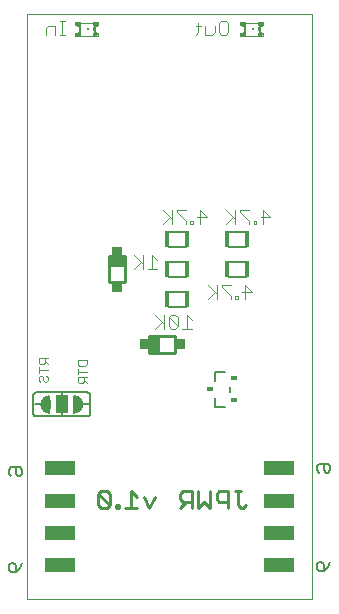
<source format=gbo>
G75*
G70*
%OFA0B0*%
%FSLAX24Y24*%
%IPPOS*%
%LPD*%
%AMOC8*
5,1,8,0,0,1.08239X$1,22.5*
%
%ADD10C,0.0030*%
%ADD11C,0.0090*%
%ADD12C,0.0000*%
%ADD13C,0.0050*%
%ADD14R,0.0984X0.0472*%
%ADD15C,0.0060*%
%ADD16R,0.0140X0.0560*%
%ADD17C,0.0040*%
%ADD18C,0.0100*%
%ADD19R,0.0295X0.0335*%
%ADD20R,0.0354X0.0531*%
%ADD21R,0.0335X0.0295*%
%ADD22R,0.0531X0.0354*%
%ADD23R,0.0400X0.0600*%
%ADD24R,0.0230X0.0180*%
%ADD25R,0.0197X0.0128*%
%ADD26R,0.0098X0.0059*%
%ADD27R,0.0069X0.0157*%
%ADD28R,0.0079X0.0079*%
%ADD29R,0.0118X0.0118*%
%ADD30R,0.0030X0.0128*%
D10*
X004623Y011302D02*
X004575Y011351D01*
X004575Y011447D01*
X004623Y011496D01*
X004672Y011496D01*
X004720Y011447D01*
X004720Y011351D01*
X004768Y011302D01*
X004817Y011302D01*
X004865Y011351D01*
X004865Y011447D01*
X004817Y011496D01*
X004865Y011694D02*
X004575Y011694D01*
X004575Y011790D02*
X004575Y011597D01*
X004623Y011892D02*
X004575Y011940D01*
X004575Y012085D01*
X004865Y012085D01*
X004768Y012085D02*
X004768Y011940D01*
X004720Y011892D01*
X004623Y011892D01*
X004768Y011988D02*
X004865Y011892D01*
X005875Y011890D02*
X005875Y012035D01*
X006165Y012035D01*
X006165Y011890D01*
X006117Y011842D01*
X005923Y011842D01*
X005875Y011890D01*
X005875Y011740D02*
X005875Y011547D01*
X005875Y011644D02*
X006165Y011644D01*
X006165Y011446D02*
X005875Y011446D01*
X005875Y011301D01*
X005923Y011252D01*
X006020Y011252D01*
X006068Y011301D01*
X006068Y011446D01*
X006068Y011349D02*
X006165Y011252D01*
D11*
X006642Y007665D02*
X006547Y007570D01*
X006927Y007190D01*
X006832Y007095D01*
X006642Y007095D01*
X006547Y007190D01*
X006547Y007570D01*
X006642Y007665D02*
X006832Y007665D01*
X006927Y007570D01*
X006927Y007190D01*
X007136Y007190D02*
X007136Y007095D01*
X007231Y007095D01*
X007231Y007190D01*
X007136Y007190D01*
X007458Y007095D02*
X007839Y007095D01*
X007649Y007095D02*
X007649Y007665D01*
X007839Y007475D01*
X008066Y007475D02*
X008256Y007095D01*
X008446Y007475D01*
X009282Y007380D02*
X009377Y007285D01*
X009662Y007285D01*
X009662Y007095D02*
X009662Y007665D01*
X009377Y007665D01*
X009282Y007570D01*
X009282Y007380D01*
X009472Y007285D02*
X009282Y007095D01*
X009889Y007095D02*
X009889Y007665D01*
X010270Y007665D02*
X010270Y007095D01*
X010079Y007285D01*
X009889Y007095D01*
X010497Y007380D02*
X010592Y007285D01*
X010877Y007285D01*
X010877Y007095D02*
X010877Y007665D01*
X010592Y007665D01*
X010497Y007570D01*
X010497Y007380D01*
X011105Y007665D02*
X011295Y007665D01*
X011200Y007665D02*
X011200Y007190D01*
X011295Y007095D01*
X011390Y007095D01*
X011485Y007190D01*
D12*
X013680Y004050D02*
X004180Y004050D01*
X004180Y023550D01*
X013680Y023550D01*
X013680Y004050D01*
D13*
X003645Y004956D02*
X003570Y005031D01*
X003570Y005182D01*
X003645Y005257D01*
X003720Y005257D01*
X003795Y005182D01*
X003795Y004956D01*
X003645Y004956D01*
X003795Y004956D02*
X003945Y005107D01*
X004020Y005257D01*
X003945Y008153D02*
X003870Y008153D01*
X003795Y008228D01*
X003795Y008453D01*
X003645Y008453D02*
X003945Y008453D01*
X004020Y008378D01*
X004020Y008228D01*
X003945Y008153D01*
X003645Y008153D02*
X003570Y008228D01*
X003570Y008378D01*
X003645Y008453D01*
X004906Y010823D02*
X004929Y010550D01*
X004929Y010550D01*
X004906Y010277D01*
X004905Y010276D01*
X004873Y010281D01*
X004841Y010290D01*
X004811Y010302D01*
X004783Y010318D01*
X004756Y010337D01*
X004732Y010359D01*
X004711Y010383D01*
X004693Y010410D01*
X004678Y010439D01*
X004667Y010470D01*
X004659Y010501D01*
X004655Y010534D01*
X004655Y010566D01*
X004659Y010599D01*
X004667Y010630D01*
X004678Y010661D01*
X004693Y010690D01*
X004711Y010717D01*
X004732Y010741D01*
X004756Y010763D01*
X004783Y010782D01*
X004811Y010798D01*
X004841Y010810D01*
X004873Y010819D01*
X004905Y010824D01*
X004905Y010777D01*
X004877Y010772D01*
X004849Y010763D01*
X004823Y010751D01*
X004798Y010736D01*
X004775Y010718D01*
X004755Y010697D01*
X004738Y010673D01*
X004724Y010648D01*
X004713Y010621D01*
X004706Y010593D01*
X004702Y010564D01*
X004702Y010536D01*
X004706Y010507D01*
X004713Y010479D01*
X004724Y010452D01*
X004738Y010427D01*
X004755Y010403D01*
X004775Y010382D01*
X004798Y010364D01*
X004823Y010349D01*
X004849Y010337D01*
X004877Y010328D01*
X004905Y010323D01*
X004905Y010371D01*
X004880Y010376D01*
X004855Y010385D01*
X004833Y010397D01*
X004812Y010413D01*
X004793Y010431D01*
X004778Y010452D01*
X004765Y010475D01*
X004756Y010499D01*
X004751Y010524D01*
X004749Y010550D01*
X004751Y010576D01*
X004756Y010601D01*
X004765Y010625D01*
X004778Y010648D01*
X004793Y010669D01*
X004812Y010687D01*
X004833Y010703D01*
X004855Y010715D01*
X004880Y010724D01*
X004905Y010729D01*
X004905Y010682D01*
X004884Y010676D01*
X004864Y010667D01*
X004846Y010655D01*
X004830Y010640D01*
X004817Y010622D01*
X004807Y010603D01*
X004800Y010582D01*
X004796Y010561D01*
X004796Y010539D01*
X004800Y010518D01*
X004807Y010497D01*
X004817Y010478D01*
X004830Y010460D01*
X004846Y010445D01*
X004864Y010433D01*
X004884Y010424D01*
X004905Y010418D01*
X004905Y010467D01*
X004889Y010473D01*
X004875Y010482D01*
X004863Y010495D01*
X004853Y010509D01*
X004847Y010525D01*
X004843Y010541D01*
X004843Y010559D01*
X004847Y010575D01*
X004853Y010591D01*
X004863Y010605D01*
X004875Y010618D01*
X004889Y010627D01*
X004905Y010633D01*
X004907Y010582D01*
X004899Y010575D01*
X004893Y010566D01*
X004890Y010555D01*
X004890Y010545D01*
X004893Y010534D01*
X004899Y010525D01*
X004907Y010518D01*
X005754Y010277D02*
X005731Y010550D01*
X005731Y010550D01*
X005754Y010823D01*
X005755Y010824D01*
X005787Y010819D01*
X005819Y010810D01*
X005849Y010798D01*
X005877Y010782D01*
X005904Y010763D01*
X005928Y010741D01*
X005949Y010717D01*
X005967Y010690D01*
X005982Y010661D01*
X005993Y010630D01*
X006001Y010599D01*
X006005Y010566D01*
X006005Y010534D01*
X006001Y010501D01*
X005993Y010470D01*
X005982Y010439D01*
X005967Y010410D01*
X005949Y010383D01*
X005928Y010359D01*
X005904Y010337D01*
X005877Y010318D01*
X005849Y010302D01*
X005819Y010290D01*
X005787Y010281D01*
X005755Y010276D01*
X005755Y010323D01*
X005783Y010328D01*
X005811Y010337D01*
X005837Y010349D01*
X005862Y010364D01*
X005885Y010382D01*
X005905Y010403D01*
X005922Y010427D01*
X005936Y010452D01*
X005947Y010479D01*
X005954Y010507D01*
X005958Y010536D01*
X005958Y010564D01*
X005954Y010593D01*
X005947Y010621D01*
X005936Y010648D01*
X005922Y010673D01*
X005905Y010697D01*
X005885Y010718D01*
X005862Y010736D01*
X005837Y010751D01*
X005811Y010763D01*
X005783Y010772D01*
X005755Y010777D01*
X005755Y010729D01*
X005780Y010724D01*
X005805Y010715D01*
X005827Y010703D01*
X005848Y010687D01*
X005867Y010669D01*
X005882Y010648D01*
X005895Y010625D01*
X005904Y010601D01*
X005909Y010576D01*
X005911Y010550D01*
X005909Y010524D01*
X005904Y010499D01*
X005895Y010475D01*
X005882Y010452D01*
X005867Y010431D01*
X005848Y010413D01*
X005827Y010397D01*
X005805Y010385D01*
X005780Y010376D01*
X005755Y010371D01*
X005755Y010418D01*
X005776Y010424D01*
X005796Y010433D01*
X005814Y010445D01*
X005830Y010460D01*
X005843Y010478D01*
X005853Y010497D01*
X005860Y010518D01*
X005864Y010539D01*
X005864Y010561D01*
X005860Y010582D01*
X005853Y010603D01*
X005843Y010622D01*
X005830Y010640D01*
X005814Y010655D01*
X005796Y010667D01*
X005776Y010676D01*
X005755Y010682D01*
X005755Y010633D01*
X005771Y010627D01*
X005785Y010618D01*
X005797Y010605D01*
X005807Y010591D01*
X005813Y010575D01*
X005817Y010559D01*
X005817Y010541D01*
X005813Y010525D01*
X005807Y010509D01*
X005797Y010495D01*
X005785Y010482D01*
X005771Y010473D01*
X005755Y010467D01*
X005753Y010518D01*
X005761Y010525D01*
X005767Y010534D01*
X005770Y010545D01*
X005770Y010555D01*
X005767Y010566D01*
X005761Y010575D01*
X005753Y010582D01*
X010430Y010475D02*
X010430Y010775D01*
X010430Y010475D02*
X010780Y010475D01*
X010930Y010975D02*
X010930Y011125D01*
X010780Y011625D02*
X010430Y011625D01*
X010430Y011325D01*
X013840Y008502D02*
X013915Y008577D01*
X014216Y008577D01*
X014291Y008502D01*
X014291Y008352D01*
X014216Y008277D01*
X014140Y008277D01*
X014065Y008352D01*
X014065Y008577D01*
X013840Y008502D02*
X013840Y008352D01*
X013915Y008277D01*
X013915Y005293D02*
X013990Y005293D01*
X014065Y005218D01*
X014065Y004993D01*
X013915Y004993D01*
X013840Y005068D01*
X013840Y005218D01*
X013915Y005293D01*
X014065Y004993D02*
X014216Y005143D01*
X014291Y005293D01*
D14*
X012589Y005180D03*
X012589Y006260D03*
X012589Y007340D03*
X012589Y008420D03*
X005271Y008420D03*
X005271Y007340D03*
X005271Y006260D03*
X005271Y005180D03*
D15*
X005330Y010150D02*
X005330Y010250D01*
X005330Y010850D02*
X005330Y010950D01*
X004630Y010550D02*
X004430Y010550D01*
X004380Y010250D02*
X004380Y010850D01*
X004382Y010867D01*
X004386Y010884D01*
X004393Y010900D01*
X004403Y010914D01*
X004416Y010927D01*
X004430Y010937D01*
X004446Y010944D01*
X004463Y010948D01*
X004480Y010950D01*
X006180Y010950D01*
X006197Y010948D01*
X006214Y010944D01*
X006230Y010937D01*
X006244Y010927D01*
X006257Y010914D01*
X006267Y010900D01*
X006274Y010884D01*
X006278Y010867D01*
X006280Y010850D01*
X006280Y010250D01*
X006278Y010233D01*
X006274Y010216D01*
X006267Y010200D01*
X006257Y010186D01*
X006244Y010173D01*
X006230Y010163D01*
X006214Y010156D01*
X006197Y010152D01*
X006180Y010150D01*
X004480Y010150D01*
X004463Y010152D01*
X004446Y010156D01*
X004430Y010163D01*
X004416Y010173D01*
X004403Y010186D01*
X004393Y010200D01*
X004386Y010216D01*
X004382Y010233D01*
X004380Y010250D01*
X006030Y010550D02*
X006230Y010550D01*
X008900Y013800D02*
X009460Y013800D01*
X009460Y014300D02*
X008900Y014300D01*
X008900Y014800D02*
X009460Y014800D01*
X009460Y015300D02*
X008900Y015300D01*
X008900Y015800D02*
X009460Y015800D01*
X009460Y016300D02*
X008900Y016300D01*
X010900Y016300D02*
X011460Y016300D01*
X011460Y015800D02*
X010900Y015800D01*
X010900Y015300D02*
X011460Y015300D01*
X011460Y014800D02*
X010900Y014800D01*
D16*
X010840Y015050D03*
X011520Y015050D03*
X011520Y016050D03*
X010840Y016050D03*
X009520Y016050D03*
X008840Y016050D03*
X008840Y015050D03*
X009520Y015050D03*
X009520Y014050D03*
X008840Y014050D03*
D17*
X008739Y013530D02*
X008739Y013070D01*
X008739Y013223D02*
X008432Y013530D01*
X008662Y013300D02*
X008432Y013070D01*
X008893Y013147D02*
X008969Y013070D01*
X009123Y013070D01*
X009200Y013147D01*
X008893Y013454D01*
X008893Y013147D01*
X008893Y013454D02*
X008969Y013530D01*
X009123Y013530D01*
X009200Y013454D01*
X009200Y013147D01*
X009353Y013070D02*
X009660Y013070D01*
X009507Y013070D02*
X009507Y013530D01*
X009660Y013377D01*
X010202Y014070D02*
X010432Y014300D01*
X010509Y014223D02*
X010202Y014530D01*
X010509Y014530D02*
X010509Y014070D01*
X010662Y014454D02*
X010969Y014147D01*
X010969Y014070D01*
X011123Y014070D02*
X011200Y014070D01*
X011200Y014147D01*
X011123Y014147D01*
X011123Y014070D01*
X011430Y014070D02*
X011430Y014530D01*
X011660Y014300D01*
X011353Y014300D01*
X010969Y014530D02*
X010662Y014530D01*
X010662Y014454D01*
X010813Y016570D02*
X011044Y016800D01*
X011120Y016723D02*
X010813Y017030D01*
X011120Y017030D02*
X011120Y016570D01*
X011274Y016954D02*
X011581Y016647D01*
X011581Y016570D01*
X011734Y016570D02*
X011811Y016570D01*
X011811Y016647D01*
X011734Y016647D01*
X011734Y016570D01*
X011964Y016800D02*
X012271Y016800D01*
X012041Y017030D01*
X012041Y016570D01*
X011581Y017030D02*
X011274Y017030D01*
X011274Y016954D01*
X010160Y016800D02*
X009853Y016800D01*
X009700Y016647D02*
X009623Y016647D01*
X009623Y016570D01*
X009700Y016570D01*
X009700Y016647D01*
X009469Y016647D02*
X009469Y016570D01*
X009469Y016647D02*
X009162Y016954D01*
X009162Y017030D01*
X009469Y017030D01*
X009009Y017030D02*
X009009Y016570D01*
X009009Y016723D02*
X008702Y017030D01*
X008932Y016800D02*
X008702Y016570D01*
X008357Y015530D02*
X008357Y015070D01*
X008510Y015070D02*
X008203Y015070D01*
X008050Y015070D02*
X008050Y015530D01*
X007973Y015300D02*
X007743Y015070D01*
X008050Y015223D02*
X007743Y015530D01*
X008357Y015530D02*
X008510Y015377D01*
X009930Y016570D02*
X009930Y017030D01*
X010160Y016800D01*
X010120Y022870D02*
X010120Y023177D01*
X009967Y023177D02*
X009813Y023177D01*
X009890Y023254D02*
X009890Y022947D01*
X009813Y022870D01*
X010120Y022870D02*
X010351Y022870D01*
X010427Y022947D01*
X010427Y023177D01*
X010581Y023254D02*
X010658Y023330D01*
X010811Y023330D01*
X010888Y023254D01*
X010888Y022947D01*
X010811Y022870D01*
X010658Y022870D01*
X010581Y022947D01*
X010581Y023254D01*
X011315Y023187D02*
X011337Y023182D01*
X011357Y023174D01*
X011375Y023163D01*
X011392Y023148D01*
X011406Y023132D01*
X011418Y023113D01*
X011426Y023093D01*
X011431Y023072D01*
X011433Y023050D01*
X011431Y023028D01*
X011426Y023007D01*
X011418Y022987D01*
X011406Y022968D01*
X011392Y022952D01*
X011375Y022937D01*
X011357Y022926D01*
X011337Y022918D01*
X011315Y022913D01*
X011483Y022824D02*
X012044Y022824D01*
X011974Y022873D02*
X011976Y022885D01*
X011981Y022896D01*
X011989Y022905D01*
X012000Y022911D01*
X012012Y022914D01*
X012024Y022913D01*
X012036Y022909D01*
X012045Y022901D01*
X012052Y022891D01*
X012056Y022879D01*
X012056Y022867D01*
X012052Y022855D01*
X012045Y022845D01*
X012035Y022837D01*
X012024Y022833D01*
X012012Y022832D01*
X012000Y022835D01*
X011989Y022841D01*
X011981Y022850D01*
X011976Y022861D01*
X011974Y022873D01*
X012045Y022913D02*
X012023Y022918D01*
X012003Y022926D01*
X011985Y022937D01*
X011968Y022952D01*
X011954Y022968D01*
X011942Y022987D01*
X011934Y023007D01*
X011929Y023028D01*
X011927Y023050D01*
X011929Y023072D01*
X011934Y023093D01*
X011942Y023113D01*
X011954Y023132D01*
X011968Y023148D01*
X011985Y023163D01*
X012003Y023174D01*
X012023Y023182D01*
X012045Y023187D01*
X011887Y023276D02*
X011473Y023276D01*
X006545Y023187D02*
X006523Y023182D01*
X006503Y023174D01*
X006485Y023163D01*
X006468Y023148D01*
X006454Y023132D01*
X006442Y023113D01*
X006434Y023093D01*
X006429Y023072D01*
X006427Y023050D01*
X006429Y023028D01*
X006434Y023007D01*
X006442Y022987D01*
X006454Y022968D01*
X006468Y022952D01*
X006485Y022937D01*
X006503Y022926D01*
X006523Y022918D01*
X006545Y022913D01*
X006474Y022873D02*
X006476Y022885D01*
X006481Y022896D01*
X006489Y022905D01*
X006500Y022911D01*
X006512Y022914D01*
X006524Y022913D01*
X006536Y022909D01*
X006545Y022901D01*
X006552Y022891D01*
X006556Y022879D01*
X006556Y022867D01*
X006552Y022855D01*
X006545Y022845D01*
X006535Y022837D01*
X006524Y022833D01*
X006512Y022832D01*
X006500Y022835D01*
X006489Y022841D01*
X006481Y022850D01*
X006476Y022861D01*
X006474Y022873D01*
X006544Y022824D02*
X005983Y022824D01*
X005815Y022913D02*
X005837Y022918D01*
X005857Y022926D01*
X005875Y022937D01*
X005892Y022952D01*
X005906Y022968D01*
X005918Y022987D01*
X005926Y023007D01*
X005931Y023028D01*
X005933Y023050D01*
X005931Y023072D01*
X005926Y023093D01*
X005918Y023113D01*
X005906Y023132D01*
X005892Y023148D01*
X005875Y023163D01*
X005857Y023174D01*
X005837Y023182D01*
X005815Y023187D01*
X005973Y023276D02*
X006387Y023276D01*
X005427Y023330D02*
X005274Y023330D01*
X005351Y023330D02*
X005351Y022870D01*
X005427Y022870D02*
X005274Y022870D01*
X005120Y022870D02*
X005120Y023177D01*
X004890Y023177D01*
X004813Y023100D01*
X004813Y022870D01*
D18*
X006904Y015483D02*
X007456Y015483D01*
X007456Y014617D01*
X006904Y014617D01*
X006904Y015483D01*
X008247Y012826D02*
X008247Y012274D01*
X009113Y012274D01*
X009113Y012826D01*
X008247Y012826D01*
D19*
X008060Y012560D03*
X009300Y012560D03*
D20*
X008444Y012540D03*
D21*
X007190Y014430D03*
X007190Y015670D03*
D22*
X007170Y015286D03*
D23*
X005330Y010550D03*
D24*
X010285Y011050D03*
X011075Y010680D03*
X011075Y011420D03*
D25*
X011385Y022868D03*
X011385Y023232D03*
X011975Y023232D03*
X006475Y023232D03*
X005885Y023232D03*
X005885Y022868D03*
D26*
X005934Y022952D03*
X005934Y023148D03*
X006426Y023148D03*
X006426Y022952D03*
X011434Y022952D03*
X011434Y023148D03*
X011926Y023148D03*
X011926Y022952D03*
D27*
X011911Y023050D03*
X011449Y023050D03*
X006411Y023050D03*
X005949Y023050D03*
D28*
X006219Y023050D03*
X011719Y023050D03*
D29*
X011936Y022873D03*
X006436Y022873D03*
D30*
X006559Y022868D03*
X012059Y022868D03*
M02*

</source>
